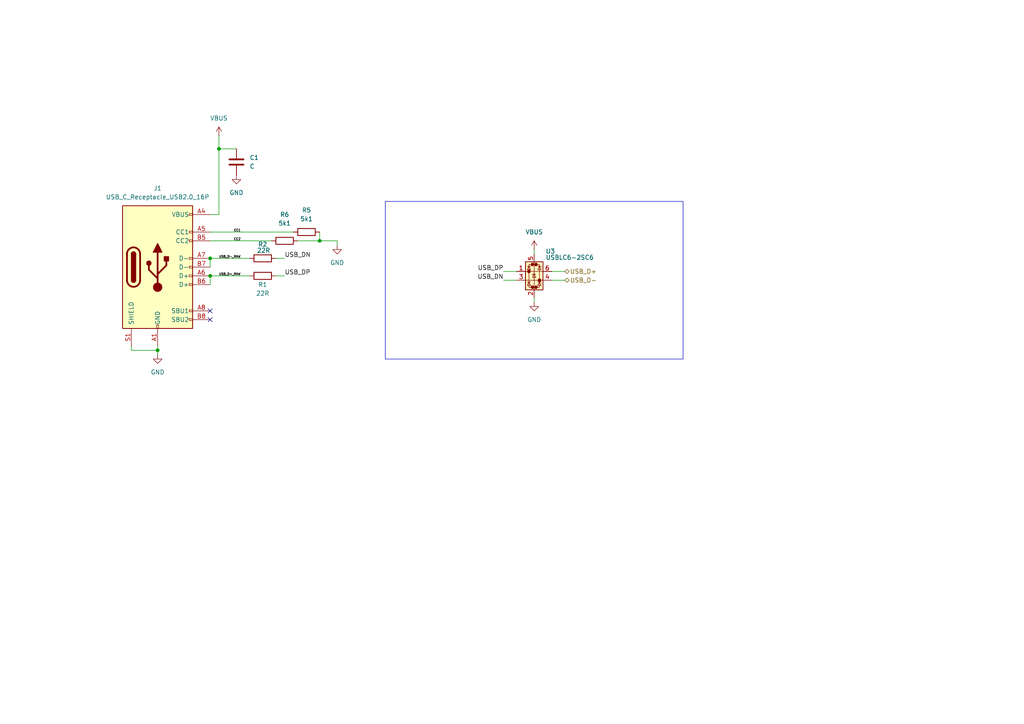
<source format=kicad_sch>
(kicad_sch (version 20250114) (generator "eeschema") (generator_version "9.0")
  (paper "A4")
  (lib_symbols
    (symbol "Connector:USB_C_Receptacle_USB2.0_16P" (pin_names (offset 1.016))
      (property "Reference" "J" (at 0 22.225 0))
      (property "Value" "USB_C_Receptacle_USB2.0_16P" (at 0 19.685 0))
      (symbol "USB_C_Receptacle_USB2.0_16P_0_0"
        (rectangle (start -0.254 -17.78) (end 0.254 -16.764))
        (rectangle (start 10.16 15.494) (end 9.144 14.986))
        (rectangle (start 10.16 10.414) (end 9.144 9.906))
        (rectangle (start 10.16 7.874) (end 9.144 7.366))
        (rectangle (start 10.16 2.794) (end 9.144 2.286))
        (rectangle (start 10.16 0.254) (end 9.144 -0.254))
        (rectangle (start 10.16 -2.286) (end 9.144 -2.794))
        (rectangle (start 10.16 -4.826) (end 9.144 -5.334))
        (rectangle (start 10.16 -12.446) (end 9.144 -12.954))
        (rectangle (start 10.16 -14.986) (end 9.144 -15.494))
      )
      (symbol "USB_C_Receptacle_USB2.0_16P_0_1"
        (rectangle (start -10.16 17.78) (end 10.16 -17.78) (stroke (width 0.254)) (fill (type background)))
        (polyline (pts (xy -8.89 -3.81) (xy -8.89 3.81)) (stroke (width 0.508)))
        (rectangle (start -7.62 -3.81) (end -6.35 3.81) (stroke (width 0.254)) (fill (type outline)))
        (arc (start -7.62 3.81) (mid -6.985 4.4423) (end -6.35 3.81) (stroke (width 0.254)))
        (arc (start -7.62 3.81) (mid -6.985 4.4423) (end -6.35 3.81) (stroke (width 0.254)) (fill (type outline)))
        (arc (start -8.89 3.81) (mid -6.985 5.7067) (end -5.08 3.81) (stroke (width 0.508)))
        (arc (start -5.08 -3.81) (mid -6.985 -5.7067) (end -8.89 -3.81) (stroke (width 0.508)))
        (arc (start -6.35 -3.81) (mid -6.985 -4.4423) (end -7.62 -3.81) (stroke (width 0.254)))
        (arc (start -6.35 -3.81) (mid -6.985 -4.4423) (end -7.62 -3.81) (stroke (width 0.254)) (fill (type outline)))
        (polyline (pts (xy -5.08 3.81) (xy -5.08 -3.81)) (stroke (width 0.508)))
        (circle (center -2.54 1.143) (radius 0.635) (stroke (width 0.254)) (fill (type outline)))
        (polyline (pts (xy -1.27 4.318) (xy 0 6.858) (xy 1.27 4.318) (xy -1.27 4.318)) (stroke (width 0.254)) (fill (type outline)))
        (polyline (pts (xy 0 -2.032) (xy 2.54 0.508) (xy 2.54 1.778)) (stroke (width 0.508)))
        (polyline (pts (xy 0 -3.302) (xy -2.54 -0.762) (xy -2.54 0.508)) (stroke (width 0.508)))
        (polyline (pts (xy 0 -5.842) (xy 0 4.318)) (stroke (width 0.508)))
        (circle (center 0 -5.842) (radius 1.27) (fill (type outline)))
        (rectangle (start 1.905 1.778) (end 3.175 3.048) (stroke (width 0.254)) (fill (type outline)))
      )
      (symbol "USB_C_Receptacle_USB2.0_16P_1_1"
        (pin passive line (at -7.62 -22.86 90) (length 5.08) (name "SHIELD") (number "S1"))
        (pin passive line (at 0 -22.86 90) (length 5.08) (name "GND") (number "A1"))
        (pin passive line (at 0 -22.86 90) (length 5.08) (hide yes) (name "GND") (number "A12"))
        (pin passive line (at 0 -22.86 90) (length 5.08) (hide yes) (name "GND") (number "B1"))
        (pin passive line (at 0 -22.86 90) (length 5.08) (hide yes) (name "GND") (number "B12"))
        (pin passive line (at 15.24 15.24 180) (length 5.08) (name "VBUS") (number "A4"))
        (pin passive line (at 15.24 15.24 180) (length 5.08) (hide yes) (name "VBUS") (number "A9"))
        (pin passive line (at 15.24 15.24 180) (length 5.08) (hide yes) (name "VBUS") (number "B4"))
        (pin passive line (at 15.24 15.24 180) (length 5.08) (hide yes) (name "VBUS") (number "B9"))
        (pin bidirectional line (at 15.24 10.16 180) (length 5.08) (name "CC1") (number "A5"))
        (pin bidirectional line (at 15.24 7.62 180) (length 5.08) (name "CC2") (number "B5"))
        (pin bidirectional line (at 15.24 2.54 180) (length 5.08) (name "D-") (number "A7"))
        (pin bidirectional line (at 15.24 0 180) (length 5.08) (name "D-") (number "B7"))
        (pin bidirectional line (at 15.24 -2.54 180) (length 5.08) (name "D+") (number "A6"))
        (pin bidirectional line (at 15.24 -5.08 180) (length 5.08) (name "D+") (number "B6"))
        (pin bidirectional line (at 15.24 -12.7 180) (length 5.08) (name "SBU1") (number "A8"))
        (pin bidirectional line (at 15.24 -15.24 180) (length 5.08) (name "SBU2") (number "B8"))
      )
    )
    (symbol "Device:C" (pin_numbers (hide yes)) (pin_names (offset 0.254))
      (property "Reference" "C" (at 0.635 2.54 0))
      (property "Value" "C" (at 0.635 -2.54 0))
      (symbol "C_0_1"
        (polyline (pts (xy -2.032 0.762) (xy 2.032 0.762)) (stroke (width 0.508)))
        (polyline (pts (xy -2.032 -0.762) (xy 2.032 -0.762)) (stroke (width 0.508)))
      )
      (symbol "C_1_1"
        (pin passive line (at 0 3.81 270) (length 2.794) (name "~") (number "1"))
        (pin passive line (at 0 -3.81 90) (length 2.794) (name "~") (number "2"))
      )
    )
    (symbol "Device:R" (pin_numbers (hide yes)) (pin_names (offset 0))
      (property "Reference" "R" (at 2.032 0 90))
      (property "Value" "R" (at 0 0 90))
      (symbol "R_0_1"
        (rectangle (start -1.016 -2.54) (end 1.016 2.54) (stroke (width 0.254)))
      )
      (symbol "R_1_1"
        (pin passive line (at 0 3.81 270) (length 1.27) (name "~") (number "1"))
        (pin passive line (at 0 -3.81 90) (length 1.27) (name "~") (number "2"))
      )
    )
    (symbol "Power_Protection:USBLC6-2SC6" (pin_names (hide yes))
      (property "Reference" "U" (at 0.635 5.715 0))
      (property "Value" "USBLC6-2SC6" (at 0.635 3.81 0))
      (symbol "USBLC6-2SC6_0_0"
        (circle (center -1.524 0) (radius 0.0001) (stroke (width 0.508)))
        (circle (center -0.508 2.032) (radius 0.0001) (stroke (width 0.508)))
        (circle (center -0.508 -4.572) (radius 0.0001) (stroke (width 0.508)))
        (circle (center 0.508 2.032) (radius 0.0001) (stroke (width 0.508)))
        (circle (center 0.508 -4.572) (radius 0.0001) (stroke (width 0.508)))
        (circle (center 1.524 -2.54) (radius 0.0001) (stroke (width 0.508)))
      )
      (symbol "USBLC6-2SC6_0_1"
        (polyline (pts (xy -2.54 0) (xy 2.54 0)))
        (polyline (pts (xy -2.54 -2.54) (xy 2.54 -2.54)))
        (polyline (pts (xy -2.032 0.508) (xy -1.016 0.508) (xy -1.524 1.524) (xy -2.032 0.508)))
        (polyline (pts (xy -2.032 -3.048) (xy -1.016 -3.048)))
        (polyline (pts (xy -1.016 1.524) (xy -2.032 1.524)))
        (polyline (pts (xy -1.016 -4.064) (xy -2.032 -4.064) (xy -1.524 -3.048) (xy -1.016 -4.064)))
        (polyline (pts (xy -0.508 -1.143) (xy -0.508 -0.762) (xy 0.508 -0.762)))
        (polyline (pts (xy 0 2.54) (xy -0.508 2.032) (xy 0.508 2.032) (xy 0 1.524) (xy 0 -4.064) (xy -0.508 -4.572) (xy 0.508 -4.572) (xy 0 -5.08)))
        (polyline (pts (xy 0.508 -1.778) (xy -0.508 -1.778) (xy 0 -0.762) (xy 0.508 -1.778)))
        (polyline (pts (xy 1.016 1.524) (xy 2.032 1.524)))
        (polyline (pts (xy 1.016 -3.048) (xy 2.032 -3.048)))
        (polyline (pts (xy 2.032 0.508) (xy 1.016 0.508) (xy 1.524 1.524) (xy 2.032 0.508)))
        (polyline (pts (xy 2.032 -4.064) (xy 1.016 -4.064) (xy 1.524 -3.048) (xy 2.032 -4.064)))
      )
      (symbol "USBLC6-2SC6_1_1"
        (rectangle (start -2.54 2.794) (end 2.54 -5.334) (stroke (width 0.254)) (fill (type background)))
        (polyline (pts (xy -0.508 2.032) (xy -1.524 2.032) (xy -1.524 -4.572) (xy -0.508 -4.572)))
        (polyline (pts (xy 0.508 -4.572) (xy 1.524 -4.572) (xy 1.524 2.032) (xy 0.508 2.032)))
        (pin passive line (at -5.08 0 0) (length 2.54) (name "I/O1") (number "1"))
        (pin passive line (at -5.08 -2.54 0) (length 2.54) (name "I/O2") (number "3"))
        (pin passive line (at 0 5.08 270) (length 2.54) (name "VBUS") (number "5"))
        (pin passive line (at 0 -7.62 90) (length 2.54) (name "GND") (number "2"))
        (pin passive line (at 5.08 0 180) (length 2.54) (name "I/O1") (number "6"))
        (pin passive line (at 5.08 -2.54 180) (length 2.54) (name "I/O2") (number "4"))
      )
    )
    (symbol "power:GND" (power) (pin_numbers (hide yes)) (pin_names (offset 0) (hide yes))
      (property "Value" "GND" (at 0 -3.81 0))
      (symbol "GND_0_1"
        (polyline (pts (xy 0 0) (xy 0 -1.27) (xy 1.27 -1.27) (xy 0 -2.54) (xy -1.27 -1.27) (xy 0 -1.27)))
      )
      (symbol "GND_1_1"
        (pin power_in line (at 0 0 270) (length 0) (name "~") (number "1"))
      )
    )
    (symbol "power:VBUS" (power) (pin_numbers (hide yes)) (pin_names (offset 0) (hide yes))
      (property "Value" "VBUS" (at 0 3.556 0))
      (symbol "VBUS_0_1"
        (polyline (pts (xy -0.762 1.27) (xy 0 2.54)))
        (polyline (pts (xy 0 2.54) (xy 0.762 1.27)))
        (polyline (pts (xy 0 0) (xy 0 2.54)))
      )
      (symbol "VBUS_1_1"
        (pin power_in line (at 0 0 90) (length 0) (name "~") (number "1"))
      )
    )
  )
  (rectangle (start 111.76 58.42) (end 198.12 104.14))
  (junction (at 60.96 80.01))
  (junction (at 63.5 43.18))
  (junction (at 92.71 69.85))
  (junction (at 45.72 101.6))
  (junction (at 60.96 74.93))
  (no_connect (at 60.96 90.17))
  (no_connect (at 60.96 92.71))
  (wire (pts (xy 86.36 69.85) (xy 92.71 69.85)))
  (wire (pts (xy 163.83 81.28) (xy 160.02 81.28)))
  (wire (pts (xy 146.05 78.74) (xy 149.86 78.74)))
  (wire (pts (xy 154.94 86.36) (xy 154.94 87.63)))
  (wire (pts (xy 45.72 101.6) (xy 38.1 101.6)))
  (wire (pts (xy 45.72 102.87) (xy 45.72 101.6)))
  (wire (pts (xy 72.39 74.93) (xy 60.96 74.93)))
  (wire (pts (xy 68.58 43.18) (xy 63.5 43.18)))
  (wire (pts (xy 97.79 71.12) (xy 97.79 69.85)))
  (wire (pts (xy 78.74 69.85) (xy 60.96 69.85)))
  (wire (pts (xy 45.72 101.6) (xy 45.72 100.33)))
  (wire (pts (xy 60.96 74.93) (xy 60.96 77.47)))
  (wire (pts (xy 163.83 78.74) (xy 160.02 78.74)))
  (wire (pts (xy 85.09 67.31) (xy 60.96 67.31)))
  (wire (pts (xy 97.79 69.85) (xy 92.71 69.85)))
  (wire (pts (xy 38.1 101.6) (xy 38.1 100.33)))
  (wire (pts (xy 82.55 74.93) (xy 80.01 74.93)))
  (wire (pts (xy 146.05 81.28) (xy 149.86 81.28)))
  (wire (pts (xy 63.5 39.37) (xy 63.5 43.18)))
  (wire (pts (xy 63.5 62.23) (xy 60.96 62.23)))
  (wire (pts (xy 92.71 69.85) (xy 92.71 67.31)))
  (wire (pts (xy 60.96 80.01) (xy 60.96 82.55)))
  (wire (pts (xy 72.39 80.01) (xy 60.96 80.01)))
  (wire (pts (xy 82.55 80.01) (xy 80.01 80.01)))
  (wire (pts (xy 154.94 72.39) (xy 154.94 73.66)))
  (wire (pts (xy 63.5 43.18) (xy 63.5 62.23)))
  (label "USB_DN" (at 146.05 81.28 180))
  (label "USB_DP" (at 146.05 78.74 180))
  (label "USB_D-_RAW" (at 69.85 74.93 180) (effects (font (size 0.635 0.635))))
  (label "CC1" (at 69.85 67.31 180) (effects (font (size 0.635 0.635))))
  (label "USB_D+_RAW" (at 69.85 80.01 180) (effects (font (size 0.635 0.635))))
  (label "CC2" (at 69.85 69.85 180) (effects (font (size 0.635 0.635))))
  (label "USB_DP" (at 82.55 80.01 0))
  (label "USB_DN" (at 82.55 74.93 0))
  (hierarchical_label "USB_D+" (shape bidirectional) (at 163.83 78.74 0))
  (hierarchical_label "USB_D-" (shape bidirectional) (at 163.83 81.28 0))
  (symbol (lib_id "Device:R") (at 76.2 74.93 270) (mirror x) (unit 1)
    (property "Reference" "R2" (at 76.2 70.866 90))
    (property "Value" "22R" (at 76.454 72.644 90))
    (property "Footprint" "Resistor_SMD:R_0603_1608Metric" (effects (hide yes)))
    (property "Description" "Resistor" (effects (hide yes)))
  )
  (symbol (lib_id "power:GND") (at 45.72 102.87 0) (mirror y) (unit 1)
    (property "Reference" "#PWR04" (effects (hide yes)))
    (property "Value" "GND" (at 45.72 107.95 0))
    (property "Description" "Power symbol creates a global label with name \"GND\" , ground" (effects (hide yes)))
  )
  (symbol (lib_id "Connector:USB_C_Receptacle_USB2.0_16P") (at 45.72 77.47 0) (unit 1)
    (property "Reference" "J1" (at 45.72 54.61 0))
    (property "Value" "USB_C_Receptacle_USB2.0_16P" (at 45.72 57.15 0))
    (property "Footprint" "Connector_USB:USB_C_Receptacle_GCT_USB4105-xx-A_16P_TopMnt_Horizontal" (effects (hide yes)))
    (property "Datasheet" "https://www.usb.org/sites/default/files/documents/usb_type-c.zip" (effects (hide yes)))
    (property "Description" "USB 2.0-only 16P Type-C Receptacle connector" (effects (hide yes)))
  )
  (symbol (lib_id "power:GND") (at 68.58 50.8 0) (mirror y) (unit 1)
    (property "Reference" "#PWR010" (effects (hide yes)))
    (property "Value" "GND" (at 68.58 55.88 0))
    (property "Description" "Power symbol creates a global label with name \"GND\" , ground" (effects (hide yes)))
  )
  (symbol (lib_id "power:GND") (at 154.94 87.63 0) (unit 1)
    (property "Reference" "#PWR026" (effects (hide yes)))
    (property "Value" "GND" (at 154.94 92.71 0))
    (property "Description" "Power symbol creates a global label with name \"GND\" , ground" (effects (hide yes)))
  )
  (symbol (lib_id "power:VBUS") (at 154.94 72.39 0) (unit 1)
    (property "Reference" "#PWR025" (effects (hide yes)))
    (property "Value" "VBUS" (at 154.94 67.31 0))
    (property "Description" "Power symbol creates a global label with name \"VBUS\"" (effects (hide yes)))
  )
  (symbol (lib_id "Device:R") (at 76.2 80.01 270) (mirror x) (unit 1)
    (property "Reference" "R1" (at 76.2 82.55 90))
    (property "Value" "22R" (at 76.2 85.09 90))
    (property "Footprint" "Resistor_SMD:R_0603_1608Metric" (effects (hide yes)))
    (property "Description" "Resistor" (effects (hide yes)))
  )
  (symbol (lib_id "power:GND") (at 97.79 71.12 0) (mirror y) (unit 1)
    (property "Reference" "#PWR09" (effects (hide yes)))
    (property "Value" "GND" (at 97.79 76.2 0))
    (property "Description" "Power symbol creates a global label with name \"GND\" , ground" (effects (hide yes)))
  )
  (symbol (lib_id "Device:C") (at 68.58 46.99 0) (mirror y) (unit 1)
    (property "Reference" "C1" (at 72.39 45.7199 0) (effects (justify right)))
    (property "Value" "C" (at 72.39 48.2599 0) (effects (justify right)))
    (property "Description" "Unpolarized capacitor" (effects (hide yes)))
  )
  (symbol (lib_id "Device:R") (at 88.9 67.31 90) (mirror x) (unit 1)
    (property "Reference" "R5" (at 88.9 60.96 90))
    (property "Value" "5k1" (at 88.9 63.5 90))
    (property "Footprint" "Resistor_SMD:R_0603_1608Metric" (effects (hide yes)))
    (property "Description" "Resistor" (effects (hide yes)))
  )
  (symbol (lib_id "power:VBUS") (at 63.5 39.37 0) (mirror y) (unit 1)
    (property "Reference" "#PWR03" (effects (hide yes)))
    (property "Value" "VBUS" (at 63.5 34.29 0))
    (property "Description" "Power symbol creates a global label with name \"VBUS\"" (effects (hide yes)))
  )
  (symbol (lib_id "Device:R") (at 82.55 69.85 90) (mirror x) (unit 1)
    (property "Reference" "R6" (at 82.55 62.23 90))
    (property "Value" "5k1" (at 82.55 64.77 90))
    (property "Footprint" "Resistor_SMD:R_0603_1608Metric" (effects (hide yes)))
    (property "Description" "Resistor" (effects (hide yes)))
  )
  (symbol (lib_id "Power_Protection:USBLC6-2SC6") (at 154.94 78.74 0) (unit 1)
    (property "Reference" "U3" (at 158.242 72.898 0) (effects (justify left)))
    (property "Value" "USBLC6-2SC6" (at 158.242 74.676 0) (effects (justify left)))
    (property "Footprint" "Package_TO_SOT_SMD:SOT-23-6" (effects (hide yes)))
    (property "Datasheet" "https://www.st.com/resource/en/datasheet/usblc6-2.pdf" (effects (hide yes)))
    (property "Description" "Very low capacitance ESD protection diode, 2 data-line, SOT-23-6" (effects (hide yes)))
    (property "LCSC" "C7519" (effects (hide yes)))
  )
)
</source>
